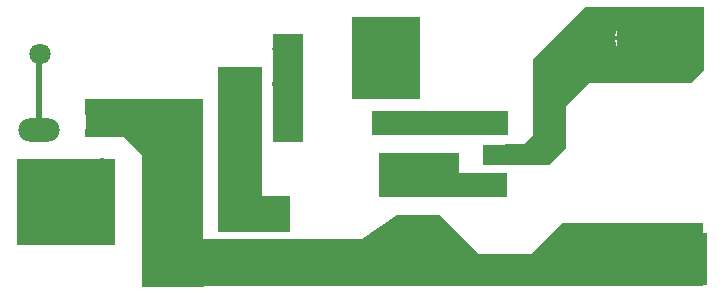
<source format=gbl>
G04*
G04 #@! TF.GenerationSoftware,Altium Limited,Altium Designer,22.10.1 (41)*
G04*
G04 Layer_Physical_Order=2*
G04 Layer_Color=16711680*
%FSLAX44Y44*%
%MOMM*%
G71*
G04*
G04 #@! TF.SameCoordinates,B602C00A-04D7-4507-9B25-3B951254DDD7*
G04*
G04*
G04 #@! TF.FilePolarity,Positive*
G04*
G01*
G75*
%ADD12C,0.5000*%
%ADD19C,2.0000*%
%ADD20C,2.0000*%
%ADD21C,1.8000*%
%ADD22O,3.5000X2.0000*%
%ADD23C,3.0000*%
%ADD24R,1.8000X1.8000*%
%ADD25C,1.0000*%
%ADD26R,6.0900X3.0800*%
%ADD27R,6.8300X3.6600*%
%ADD28R,10.9034X2.1400*%
%ADD29R,2.5797X1.7900*%
%ADD30R,3.7600X13.8000*%
%ADD31R,2.6251X9.1532*%
%ADD32R,2.9600X3.8000*%
%ADD33R,2.4600X3.1400*%
%ADD34R,3.5600X3.6300*%
%ADD35R,5.5600X4.4600*%
%ADD36R,0.1000X0.1100*%
%ADD37R,4.8900X2.9700*%
%ADD38R,2.9300X2.5300*%
%ADD39R,11.5000X2.1400*%
%ADD40R,8.2700X7.3300*%
%ADD41R,5.7800X6.9100*%
%ADD42R,7.3998X5.3800*%
G36*
X267726Y45400D02*
X402052D01*
X431900Y65500D01*
X450020Y65651D01*
X450366Y64384D01*
X448839Y63502D01*
X446698Y61361D01*
X445184Y58739D01*
X444400Y55814D01*
Y55800D01*
X455900D01*
X467400D01*
Y55814D01*
X466616Y58739D01*
X465102Y61361D01*
X462961Y63502D01*
X461277Y64475D01*
X461612Y65748D01*
X467900Y65800D01*
X500800Y32900D01*
X544900D01*
X571300Y59300D01*
X690800D01*
Y5300D01*
X268400D01*
X267800Y4700D01*
X215400D01*
Y116200D01*
X200000Y131600D01*
X167600Y131600D01*
Y138259D01*
X168870Y138599D01*
X169598Y137339D01*
X171739Y135198D01*
X174361Y133684D01*
X177286Y132900D01*
X177300D01*
Y144400D01*
Y155900D01*
X177286D01*
X174361Y155116D01*
X171739Y153602D01*
X169598Y151461D01*
X168870Y150201D01*
X167600Y150541D01*
Y164000D01*
X267726D01*
Y45400D01*
D02*
G37*
G36*
X691700Y188381D02*
X680619Y177300D01*
X594700D01*
X575148Y157748D01*
X575056Y121957D01*
X561000Y107900D01*
X522945D01*
X522419Y109170D01*
X523602Y110353D01*
X524984Y112747D01*
X525668Y115300D01*
X515200D01*
Y118300D01*
X525668D01*
X524984Y120853D01*
X523602Y123247D01*
X522319Y124530D01*
X522845Y125800D01*
X539500D01*
X546840Y133140D01*
Y198140D01*
X590600Y241900D01*
X691700Y241900D01*
Y188381D01*
D02*
G37*
%LPC*%
G36*
X180314Y155900D02*
X180300D01*
Y145900D01*
X190300D01*
Y145914D01*
X189516Y148839D01*
X188002Y151461D01*
X185861Y153602D01*
X183239Y155116D01*
X180314Y155900D01*
D02*
G37*
G36*
X190300Y142900D02*
X180300D01*
Y132900D01*
X180314D01*
X183239Y133684D01*
X185861Y135198D01*
X188002Y137339D01*
X189516Y139961D01*
X190300Y142886D01*
Y142900D01*
D02*
G37*
G36*
X230714Y77300D02*
X230700D01*
Y67300D01*
X240700D01*
Y67314D01*
X239916Y70239D01*
X238402Y72861D01*
X236261Y75002D01*
X233639Y76516D01*
X230714Y77300D01*
D02*
G37*
G36*
X227700D02*
X227686D01*
X224761Y76516D01*
X222139Y75002D01*
X219998Y72861D01*
X218484Y70239D01*
X217700Y67314D01*
Y67300D01*
X227700D01*
Y77300D01*
D02*
G37*
G36*
X240700Y64300D02*
X230700D01*
Y54300D01*
X230714D01*
X233639Y55084D01*
X236261Y56598D01*
X238402Y58739D01*
X239916Y61361D01*
X240700Y64286D01*
Y64300D01*
D02*
G37*
G36*
X227700D02*
X217700D01*
Y64286D01*
X218484Y61361D01*
X219998Y58739D01*
X222139Y56598D01*
X224761Y55084D01*
X227686Y54300D01*
X227700D01*
Y64300D01*
D02*
G37*
G36*
X467400Y52800D02*
X457400D01*
Y42800D01*
X457414D01*
X460339Y43584D01*
X462961Y45098D01*
X465102Y47239D01*
X466616Y49861D01*
X467400Y52786D01*
Y52800D01*
D02*
G37*
G36*
X454400D02*
X444400D01*
Y52786D01*
X445184Y49861D01*
X446698Y47239D01*
X448839Y45098D01*
X451461Y43584D01*
X454386Y42800D01*
X454400D01*
Y52800D01*
D02*
G37*
G36*
X677500Y41599D02*
X671500D01*
Y31500D01*
X688902D01*
X688704Y33002D01*
X687545Y35800D01*
X685702Y38202D01*
X683300Y40045D01*
X680502Y41204D01*
X677500Y41599D01*
D02*
G37*
G36*
X668500D02*
X662500D01*
X659498Y41204D01*
X656700Y40045D01*
X654298Y38202D01*
X652455Y35800D01*
X651296Y33002D01*
X651098Y31500D01*
X668500D01*
Y41599D01*
D02*
G37*
G36*
X688902Y28500D02*
X671500D01*
Y18401D01*
X677500D01*
X680502Y18796D01*
X683300Y19955D01*
X685702Y21798D01*
X687545Y24200D01*
X688704Y26998D01*
X688902Y28500D01*
D02*
G37*
G36*
X668500D02*
X651098D01*
X651296Y26998D01*
X652455Y24200D01*
X654298Y21798D01*
X656700Y19955D01*
X659498Y18796D01*
X662500Y18401D01*
X668500D01*
Y28500D01*
D02*
G37*
G36*
X677500Y231599D02*
X671500D01*
Y221500D01*
X688902D01*
X688704Y223002D01*
X687545Y225800D01*
X685702Y228202D01*
X683300Y230045D01*
X680502Y231204D01*
X677500Y231599D01*
D02*
G37*
G36*
X668500D02*
X662500D01*
X659498Y231204D01*
X656700Y230045D01*
X654298Y228202D01*
X652455Y225800D01*
X651296Y223002D01*
X651098Y221500D01*
X668500D01*
Y231599D01*
D02*
G37*
G36*
X634225Y231850D02*
X634100D01*
Y216850D01*
X649100D01*
Y216975D01*
X648466Y220163D01*
X647222Y223166D01*
X645416Y225868D01*
X643118Y228166D01*
X640416Y229972D01*
X637413Y231216D01*
X634225Y231850D01*
D02*
G37*
G36*
X631100D02*
X630975D01*
X627787Y231216D01*
X624784Y229972D01*
X622082Y228166D01*
X619784Y225868D01*
X617978Y223166D01*
X616734Y220163D01*
X616100Y216975D01*
Y216850D01*
X631100D01*
Y231850D01*
D02*
G37*
G36*
X688902Y218500D02*
X671500D01*
Y208401D01*
X677500D01*
X680502Y208796D01*
X683300Y209955D01*
X685702Y211798D01*
X687545Y214200D01*
X688704Y216998D01*
X688902Y218500D01*
D02*
G37*
G36*
X668500D02*
X651098D01*
X651296Y216998D01*
X652455Y214200D01*
X654298Y211798D01*
X656700Y209955D01*
X659498Y208796D01*
X662500Y208401D01*
X668500D01*
Y218500D01*
D02*
G37*
G36*
X649100Y213850D02*
X634100D01*
Y198850D01*
X634225D01*
X637413Y199484D01*
X640416Y200728D01*
X643118Y202534D01*
X645416Y204832D01*
X647222Y207534D01*
X648466Y210537D01*
X649100Y213725D01*
Y213850D01*
D02*
G37*
G36*
X631100D02*
X616100D01*
Y213725D01*
X616734Y210537D01*
X617978Y207534D01*
X619784Y204832D01*
X622082Y202534D01*
X624784Y200728D01*
X627787Y199484D01*
X630975Y198850D01*
X631100D01*
Y213850D01*
D02*
G37*
%LPD*%
D12*
X128850Y138050D02*
Y201350D01*
D19*
X128300Y87500D02*
X136400D01*
D20*
X336200Y176300D02*
D03*
X436200D02*
D03*
X182100Y104000D02*
D03*
X457100D02*
D03*
X180900Y54300D02*
D03*
X455900D02*
D03*
X329200Y65800D02*
D03*
X229200D02*
D03*
X178800Y144400D02*
D03*
X306800D02*
D03*
X298500Y104000D02*
D03*
X426500D02*
D03*
D21*
X307300Y177200D02*
D03*
X335600Y206400D02*
D03*
X404100Y214700D02*
D03*
X129100Y201600D02*
D03*
X515200Y142200D02*
D03*
Y116800D02*
D03*
X419500Y142886D02*
D03*
X337500D02*
D03*
X307300Y177200D02*
D03*
X335600Y206400D02*
D03*
X128300Y87500D02*
D03*
X128600Y137800D02*
D03*
X404100Y214700D02*
D03*
X129100Y201600D02*
D03*
X670000Y30000D02*
D03*
Y220000D02*
D03*
D22*
X128600Y87500D02*
D03*
X128600Y137800D02*
D03*
X670000Y30000D02*
D03*
Y220000D02*
D03*
D23*
X432850Y215850D02*
D03*
X632600Y215350D02*
D03*
D24*
X515200Y91400D02*
D03*
D25*
X336050Y176450D02*
X336200Y176300D01*
X128600Y137800D02*
X128850Y138050D01*
Y201350D02*
X129100Y201600D01*
D26*
X310550Y66300D02*
D03*
D27*
X450650Y100000D02*
D03*
D28*
X470717Y90936D02*
D03*
D29*
X516901Y116850D02*
D03*
D30*
X298800Y122400D02*
D03*
D31*
X339325Y173566D02*
D03*
D32*
X231200Y64800D02*
D03*
D33*
X180100Y147300D02*
D03*
D34*
X450100Y47750D02*
D03*
D35*
X666500Y28800D02*
D03*
D36*
X694200Y9950D02*
D03*
D37*
X668350Y29650D02*
D03*
D38*
X250250Y27450D02*
D03*
D39*
X467700Y143700D02*
D03*
D40*
X151550Y77050D02*
D03*
D41*
X422800Y198850D02*
D03*
D42*
X654099Y214300D02*
D03*
M02*

</source>
